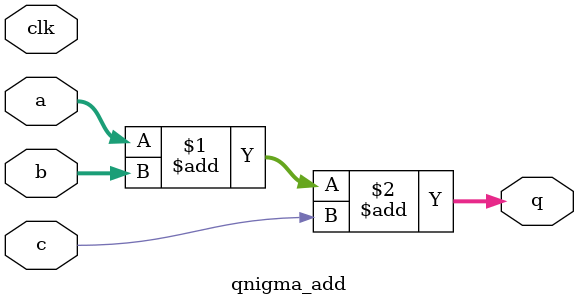
<source format=sv>
module qnigma_add #(
  parameter int W = 16, // operand width
  parameter int C = 1,  // carry width
  parameter int O = W + 1 + $clog2(C+1), // todo check width
  parameter bit R = 0   // register
)
(
  input  logic         clk,
  input  logic [W-1:0] a,
  input  logic [W-1:0] b,
  input  logic [C-1:0] c,
  output logic [O-1:0] q
);

  generate
    if (R == 0) begin : gen_comb
      assign q = a + b + c;
    end
    else if (R == 1) begin : gen_ff
      always_ff @ (posedge clk) q <= a + b + c;
    end
  endgenerate


endmodule

</source>
